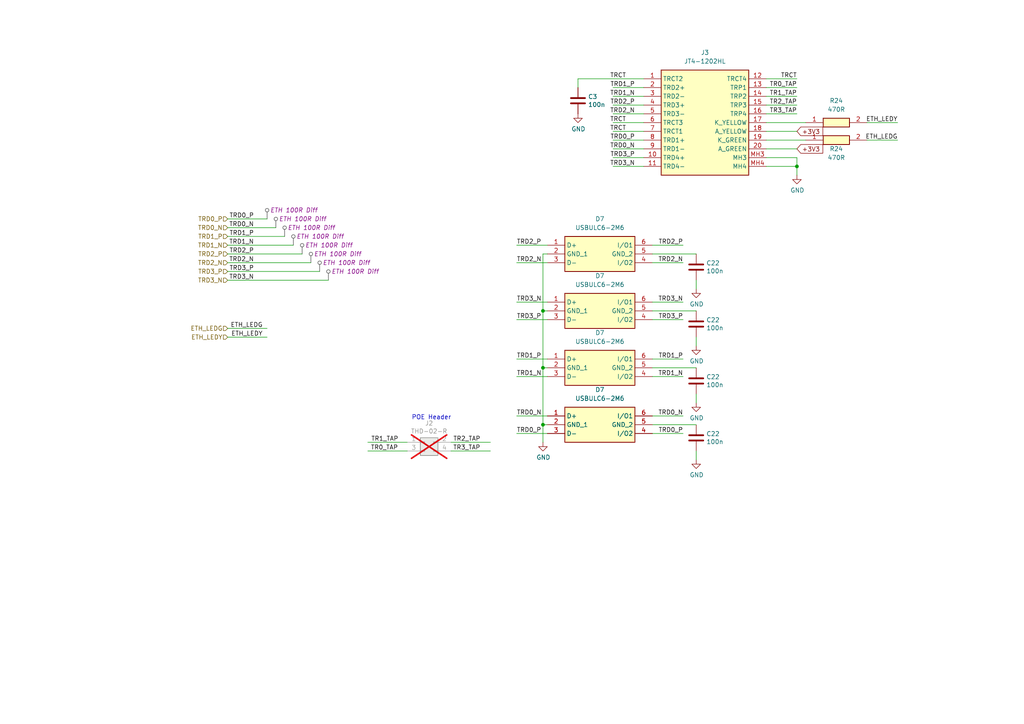
<source format=kicad_sch>
(kicad_sch (version 20230121) (generator eeschema)
  (paper "A4")
  (title_block (title "Raspberry Pi Compute Module 4 Control Node") (date "2024-02-04") (comment 2 "creativecommons.org/licenses/by-sa/4.0/") (comment 3 "License: CC BY-SA 4.0") (comment 4 "Author: Sam Earnshaw"))
  (lib_symbols
    (symbol "Connector_Generic:Conn_02x02_Odd_Even" (pin_names hide)
      (property "Reference" "J" (at 1.27 2.54 0))
      (property "Value" "Conn_02x02_Odd_Even" (at 1.27 -5.08 0))
      (symbol "Conn_02x02_Odd_Even_1_1"
        (rectangle (start -1.27 -2.413) (end 0 -2.667))
        (rectangle (start -1.27 0.127) (end 0 -0.127))
        (rectangle (start -1.27 1.27) (end 3.81 -3.81) (stroke (width 0.254)) (fill (type background)))
        (rectangle (start 3.81 -2.413) (end 2.54 -2.667))
        (rectangle (start 3.81 0.127) (end 2.54 -0.127))
        (pin passive line (at -5.08 0 0) (length 3.81) (name "Pin_1") (number "1"))
        (pin passive line (at 7.62 0 180) (length 3.81) (name "Pin_2") (number "2"))
        (pin passive line (at -5.08 -2.54 0) (length 3.81) (name "Pin_3") (number "3"))
        (pin passive line (at 7.62 -2.54 180) (length 3.81) (name "Pin_4") (number "4"))
      )
    )
    (symbol "Device:C" (pin_numbers hide) (pin_names (offset 0.254))
      (property "Reference" "C" (at 0.635 2.54 0))
      (property "Value" "C" (at 0.635 -2.54 0))
      (symbol "C_0_1"
        (polyline (pts (xy -2.032 -0.762) (xy 2.032 -0.762)) (stroke (width 0.508)))
        (polyline (pts (xy -2.032 0.762) (xy 2.032 0.762)) (stroke (width 0.508)))
      )
      (symbol "C_1_1"
        (pin passive line (at 0 3.81 270) (length 2.794) (name "~") (number "1"))
        (pin passive line (at 0 -3.81 90) (length 2.794) (name "~") (number "2"))
      )
    )
    (symbol "SamacSys_Parts:CR0402-JW-471GLF" (pin_names hide)
      (property "Reference" "R" (at 13.97 6.35 0))
      (property "Value" "470R" (at 13.97 3.81 0))
      (symbol "CR0402-JW-471GLF_1_1"
        (rectangle (start 5.08 1.27) (end 12.7 -1.27) (stroke (width 0.254)) (fill (type background)))
        (pin passive line (at 0 0 0) (length 5.08) (name "1") (number "1"))
        (pin passive line (at 17.78 0 180) (length 5.08) (name "2") (number "2"))
      )
    )
    (symbol "SamacSys_Parts:JT4-1202HL"
      (property "Reference" "J" (at 31.75 7.62 0))
      (property "Value" "JT4-1202HL" (at 31.75 5.08 0))
      (symbol "JT4-1202HL_1_1"
        (rectangle (start 5.08 2.54) (end 30.48 -27.94) (stroke (width 0.254)) (fill (type background)))
        (pin passive line (at 0 0 0) (length 5.08) (name "TRCT2") (number "1"))
        (pin passive line (at 0 -22.86 0) (length 5.08) (name "TRD4+") (number "10"))
        (pin passive line (at 0 -25.4 0) (length 5.08) (name "TRD4-") (number "11"))
        (pin passive line (at 35.56 0 180) (length 5.08) (name "TRCT4") (number "12"))
        (pin passive line (at 35.56 -2.54 180) (length 5.08) (name "TRP1") (number "13"))
        (pin passive line (at 35.56 -5.08 180) (length 5.08) (name "TRP2") (number "14"))
        (pin passive line (at 35.56 -7.62 180) (length 5.08) (name "TRP3") (number "15"))
        (pin passive line (at 35.56 -10.16 180) (length 5.08) (name "TRP4") (number "16"))
        (pin passive line (at 35.56 -12.7 180) (length 5.08) (name "K_YELLOW") (number "17"))
        (pin passive line (at 35.56 -15.24 180) (length 5.08) (name "A_YELLOW") (number "18"))
        (pin passive line (at 35.56 -17.78 180) (length 5.08) (name "K_GREEN") (number "19"))
        (pin passive line (at 0 -2.54 0) (length 5.08) (name "TRD2+") (number "2"))
        (pin passive line (at 35.56 -20.32 180) (length 5.08) (name "A_GREEN") (number "20"))
        (pin passive line (at 0 -5.08 0) (length 5.08) (name "TRD2-") (number "3"))
        (pin passive line (at 0 -7.62 0) (length 5.08) (name "TRD3+") (number "4"))
        (pin passive line (at 0 -10.16 0) (length 5.08) (name "TRD3-") (number "5"))
        (pin passive line (at 0 -12.7 0) (length 5.08) (name "TRCT3") (number "6"))
        (pin passive line (at 0 -15.24 0) (length 5.08) (name "TRCT1") (number "7"))
        (pin passive line (at 0 -17.78 0) (length 5.08) (name "TRD1+") (number "8"))
        (pin passive line (at 0 -20.32 0) (length 5.08) (name "TRD1-") (number "9"))
        (pin passive line (at 35.56 -22.86 180) (length 5.08) (name "MH3") (number "MH3"))
        (pin passive line (at 35.56 -25.4 180) (length 5.08) (name "MH4") (number "MH4"))
      )
    )
    (symbol "SamacSys_Parts:USBULC6-2M6"
      (property "Reference" "D" (at 26.67 7.62 0))
      (property "Value" "USBULC6-2M6" (at 26.67 5.08 0))
      (symbol "USBULC6-2M6_1_1"
        (rectangle (start 5.08 2.54) (end 25.4 -7.62) (stroke (width 0.254)) (fill (type background)))
        (pin passive line (at 0 0 0) (length 5.08) (name "D+") (number "1"))
        (pin passive line (at 0 -2.54 0) (length 5.08) (name "GND_1") (number "2"))
        (pin passive line (at 0 -5.08 0) (length 5.08) (name "D-") (number "3"))
        (pin passive line (at 30.48 -5.08 180) (length 5.08) (name "I/O2") (number "4"))
        (pin passive line (at 30.48 -2.54 180) (length 5.08) (name "GND_2") (number "5"))
        (pin passive line (at 30.48 0 180) (length 5.08) (name "I/O1") (number "6"))
      )
    )
    (symbol "power:GND" (power) (pin_names (offset 0))
      (property "Value" "GND" (at 0 -3.81 0))
      (symbol "GND_0_1"
        (polyline (pts (xy 0 0) (xy 0 -1.27) (xy 1.27 -1.27) (xy 0 -2.54) (xy -1.27 -1.27) (xy 0 -1.27)))
      )
      (symbol "GND_1_1"
        (pin power_in line (at 0 0 270) (length 0) hide (name "GND") (number "1"))
      )
    )
  )
  (junction (at 157.48 106.68))
  (junction (at 157.48 90.17))
  (junction (at 157.48 123.19))
  (junction (at 231.14 48.26))
  (wire (pts (xy 222.25 48.26) (xy 231.14 48.26)))
  (wire (pts (xy 222.25 30.48) (xy 231.14 30.48)))
  (wire (pts (xy 177.8 40.64) (xy 186.69 40.64)))
  (wire (pts (xy 231.14 45.72) (xy 231.14 48.26)))
  (wire (pts (xy 130.81 130.81) (xy 142.24 130.81)))
  (wire (pts (xy 157.48 123.19) (xy 158.75 123.19)))
  (wire (pts (xy 177.8 48.26) (xy 186.69 48.26)))
  (wire (pts (xy 66.04 81.28) (xy 95.25 81.28)))
  (wire (pts (xy 157.48 90.17) (xy 158.75 90.17)))
  (wire (pts (xy 66.04 95.25) (xy 77.47 95.25)))
  (wire (pts (xy 167.64 22.86) (xy 186.69 22.86)))
  (wire (pts (xy 222.25 27.94) (xy 231.14 27.94)))
  (wire (pts (xy 222.25 33.02) (xy 231.14 33.02)))
  (wire (pts (xy 189.23 123.19) (xy 201.93 123.19)))
  (wire (pts (xy 66.04 73.66) (xy 87.63 73.66)))
  (wire (pts (xy 189.23 71.12) (xy 198.12 71.12)))
  (wire (pts (xy 149.86 87.63) (xy 158.75 87.63)))
  (wire (pts (xy 157.48 73.66) (xy 157.48 90.17)))
  (wire (pts (xy 201.93 81.28) (xy 201.93 83.82)))
  (wire (pts (xy 158.75 125.73) (xy 149.86 125.73)))
  (wire (pts (xy 157.48 128.27) (xy 157.48 123.19)))
  (wire (pts (xy 222.25 40.64) (xy 233.68 40.64)))
  (wire (pts (xy 231.14 48.26) (xy 231.14 50.8)))
  (wire (pts (xy 201.93 114.3) (xy 201.93 116.84)))
  (wire (pts (xy 177.8 35.56) (xy 186.69 35.56)))
  (wire (pts (xy 189.23 76.2) (xy 198.12 76.2)))
  (wire (pts (xy 177.8 43.18) (xy 186.69 43.18)))
  (wire (pts (xy 158.75 120.65) (xy 149.86 120.65)))
  (wire (pts (xy 66.04 97.79) (xy 77.47 97.79)))
  (wire (pts (xy 189.23 92.71) (xy 198.12 92.71)))
  (wire (pts (xy 177.8 25.4) (xy 186.69 25.4)))
  (wire (pts (xy 158.75 106.68) (xy 157.48 106.68)))
  (wire (pts (xy 177.8 38.1) (xy 186.69 38.1)))
  (wire (pts (xy 189.23 106.68) (xy 201.93 106.68)))
  (wire (pts (xy 157.48 73.66) (xy 158.75 73.66)))
  (wire (pts (xy 177.8 30.48) (xy 186.69 30.48)))
  (wire (pts (xy 106.68 130.81) (xy 118.11 130.81)))
  (wire (pts (xy 149.86 92.71) (xy 158.75 92.71)))
  (wire (pts (xy 66.04 76.2) (xy 90.17 76.2)))
  (wire (pts (xy 149.86 109.22) (xy 158.75 109.22)))
  (wire (pts (xy 198.12 125.73) (xy 189.23 125.73)))
  (wire (pts (xy 66.04 63.5) (xy 77.47 63.5)))
  (wire (pts (xy 66.04 78.74) (xy 92.71 78.74)))
  (wire (pts (xy 260.35 35.56) (xy 251.46 35.56)))
  (wire (pts (xy 189.23 73.66) (xy 201.93 73.66)))
  (wire (pts (xy 222.25 25.4) (xy 231.14 25.4)))
  (wire (pts (xy 222.25 43.18) (xy 231.14 43.18)))
  (wire (pts (xy 66.04 71.12) (xy 85.09 71.12)))
  (wire (pts (xy 189.23 87.63) (xy 198.12 87.63)))
  (wire (pts (xy 149.86 104.14) (xy 158.75 104.14)))
  (wire (pts (xy 157.48 106.68) (xy 157.48 123.19)))
  (wire (pts (xy 222.25 45.72) (xy 231.14 45.72)))
  (wire (pts (xy 260.35 40.64) (xy 251.46 40.64)))
  (wire (pts (xy 177.8 33.02) (xy 186.69 33.02)))
  (wire (pts (xy 66.04 66.04) (xy 80.01 66.04)))
  (wire (pts (xy 222.25 38.1) (xy 231.14 38.1)))
  (wire (pts (xy 66.04 68.58) (xy 82.55 68.58)))
  (wire (pts (xy 106.68 128.27) (xy 118.11 128.27)))
  (wire (pts (xy 189.23 90.17) (xy 201.93 90.17)))
  (wire (pts (xy 158.75 71.12) (xy 149.86 71.12)))
  (wire (pts (xy 177.8 45.72) (xy 186.69 45.72)))
  (wire (pts (xy 167.64 22.86) (xy 167.64 25.4)))
  (wire (pts (xy 130.81 128.27) (xy 142.24 128.27)))
  (wire (pts (xy 201.93 97.79) (xy 201.93 100.33)))
  (wire (pts (xy 201.93 130.81) (xy 201.93 133.35)))
  (wire (pts (xy 189.23 109.22) (xy 198.12 109.22)))
  (wire (pts (xy 198.12 120.65) (xy 189.23 120.65)))
  (wire (pts (xy 222.25 22.86) (xy 231.14 22.86)))
  (wire (pts (xy 177.8 27.94) (xy 186.69 27.94)))
  (wire (pts (xy 189.23 104.14) (xy 198.12 104.14)))
  (wire (pts (xy 158.75 76.2) (xy 149.86 76.2)))
  (wire (pts (xy 157.48 106.68) (xy 157.48 90.17)))
  (wire (pts (xy 222.25 35.56) (xy 233.68 35.56)))
  (text "POE Header" (at 119.38 121.92 0) (effects (font (size 1.27 1.27)) (justify left bottom)))
  (label "TRD1_P" (at 184.15 25.4 180))
  (label "TR1_TAP" (at 231.14 27.94 180))
  (label "TRD2_P" (at 198.12 71.12 180))
  (label "ETH_LEDG" (at 76.2 95.25 180))
  (label "TRD1_N" (at 184.15 27.94 180))
  (label "TR3_TAP" (at 139.3444 130.81 180))
  (label "TRD3_P" (at 73.66 78.74 180))
  (label "TRD1_N" (at 73.66 71.12 180))
  (label "TR1_TAP" (at 115.57 128.27 180))
  (label "TRD3_N" (at 149.86 87.63 0))
  (label "TRCT" (at 181.61 35.56 180))
  (label "TRD1_P" (at 73.66 68.58 180))
  (label "TRCT" (at 181.61 22.86 180))
  (label "TRD3_N" (at 198.12 87.63 180))
  (label "TR0_TAP" (at 115.4684 130.81 180))
  (label "TRD0_N" (at 198.12 120.65 180))
  (label "TRD0_P" (at 198.12 125.73 180))
  (label "TRD2_P" (at 184.15 30.48 180))
  (label "TRD2_N" (at 73.66 76.2 180))
  (label "TR0_TAP" (at 231.14 25.4 180))
  (label "TRD0_P" (at 149.86 125.73 0))
  (label "TRD3_P" (at 198.12 92.71 180))
  (label "TRD2_P" (at 73.66 73.66 180))
  (label "TRD2_N" (at 149.86 76.2 0))
  (label "TRD3_N" (at 73.66 81.28 180))
  (label "TRCT" (at 181.61 38.1 180))
  (label "TR3_TAP" (at 231.14 33.02 180))
  (label "TRD1_N" (at 149.86 109.22 0))
  (label "TRD0_P" (at 184.15 40.64 180))
  (label "TRD1_P" (at 198.12 104.14 180))
  (label "TRD2_N" (at 184.15 33.02 180))
  (label "TRD0_P" (at 73.66 63.5 180))
  (label "TRD1_P" (at 149.86 104.14 0))
  (label "TRD3_P" (at 184.15 45.72 180))
  (label "TR2_TAP" (at 139.3698 128.27 180))
  (label "TRD0_N" (at 184.15 43.18 180))
  (label "TRD2_P" (at 149.86 71.12 0))
  (label "ETH_LEDY" (at 260.35 35.56 180))
  (label "ETH_LEDG" (at 260.35 40.64 180))
  (label "TR2_TAP" (at 231.14 30.48 180))
  (label "TRD0_N" (at 73.66 66.04 180))
  (label "TRD3_N" (at 184.15 48.26 180))
  (label "ETH_LEDY" (at 76.2 97.79 180))
  (label "TRCT" (at 231.14 22.86 180))
  (label "TRD1_N" (at 198.12 109.22 180))
  (label "TRD0_N" (at 149.86 120.65 0))
  (label "TRD2_N" (at 198.12 76.2 180))
  (label "TRD3_P" (at 149.86 92.71 0))
  (global_label "+3V3" (shape input) (at 231.14 38.1 0) (property "Intersheetrefs" "${INTERSHEET_REFS}" (effects hide)))
  (global_label "+3V3" (shape input) (at 231.14 43.18 0) (property "Intersheetrefs" "${INTERSHEET_REFS}" (effects hide)))
  (hierarchical_label "TRD2_N" (shape input) (at 66.04 76.2 180))
  (hierarchical_label "TRD1_N" (shape input) (at 66.04 71.12 180))
  (hierarchical_label "ETH_LEDG" (shape input) (at 66.04 95.25 180))
  (hierarchical_label "TRD0_P" (shape input) (at 66.04 63.5 180))
  (hierarchical_label "TRD2_P" (shape input) (at 66.04 73.66 180))
  (hierarchical_label "TRD1_P" (shape input) (at 66.04 68.58 180))
  (hierarchical_label "TRD3_N" (shape input) (at 66.04 81.28 180))
  (hierarchical_label "TRD3_P" (shape input) (at 66.04 78.74 180))
  (hierarchical_label "TRD0_N" (shape input) (at 66.04 66.04 180))
  (hierarchical_label "ETH_LEDY" (shape input) (at 66.04 97.79 180))
  (netclass_flag "" (length 2.54) (shape round) (at 82.55 68.58 0) (property "Netclass" "ETH 100R Diff" (at 83.439 66.04 0) (effects (font italic) (justify left))))
  (netclass_flag "" (length 2.54) (shape round) (at 92.71 78.74 0) (property "Netclass" "ETH 100R Diff" (at 93.599 76.2 0) (effects (font italic) (justify left))))
  (netclass_flag "" (length 2.54) (shape round) (at 85.09 71.12 0) (property "Netclass" "ETH 100R Diff" (at 85.979 68.58 0) (effects (font italic) (justify left))))
  (netclass_flag "" (length 2.54) (shape round) (at 77.47 63.5 0) (property "Netclass" "ETH 100R Diff" (at 78.359 60.96 0) (effects (font italic) (justify left))))
  (netclass_flag "" (length 2.54) (shape round) (at 90.17 76.2 0) (property "Netclass" "ETH 100R Diff" (at 91.059 73.66 0) (effects (font italic) (justify left))))
  (netclass_flag "" (length 2.54) (shape round) (at 95.25 81.28 0) (property "Netclass" "ETH 100R Diff" (at 96.139 78.74 0) (effects (font italic) (justify left))))
  (netclass_flag "" (length 2.54) (shape round) (at 80.01 66.04 0) (property "Netclass" "ETH 100R Diff" (at 80.899 63.5 0) (effects (font italic) (justify left))))
  (netclass_flag "" (length 2.54) (shape round) (at 87.63 73.66 0) (property "Netclass" "ETH 100R Diff" (at 88.519 71.12 0) (effects (font italic) (justify left))))
  (symbol (lib_id "Device:C") (at 201.93 77.47 0) (unit 1)
    (property "Reference" "C22" (at 204.851 76.3016 0) (effects (justify left)))
    (property "Value" "100n" (at 204.851 78.613 0) (effects (justify left)))
    (property "Footprint" "Capacitor_SMD:C_0402_1005Metric" (effects hide))
    (property "Datasheet" "https://search.murata.co.jp/Ceramy/image/img/A01X/G101/ENG/GRM155R71C104KA88-01.pdf" (effects hide))
    (property "Field4" "Farnell" (effects hide))
    (property "Field5" "2611911" (effects hide))
    (property "Field6" "RM EMK105 B7104KV-F" (effects hide))
    (property "Field7" "TAIYO YUDEN EUROPE GMBH" (effects hide))
    (property "Part Description" "	0.1uF 10% 16V Ceramic Capacitor X7R 0402 (1005 Metric)" (effects hide))
    (property "Field8" "110091611" (effects hide))
    (property "LCSC Part Number" "C152724" (effects hide))
    (property "LCSC Part #" "C152724" (effects hide))
    (instances (project "rpi-cm4-base-carrier" (path "" (reference "C22") (unit 1)) (path "" (reference "C4") (unit 1))) (project "CM4IOv5" (path "" (reference "C11") (unit 1))))
  )
  (symbol (lib_id "SamacSys_Parts:USBULC6-2M6") (at 158.75 104.14 0) (unit 1)
    (property "Reference" "D7" (at 173.99 96.52 0))
    (property "Value" "USBULC6-2M6" (at 173.99 99.06 0))
    (property "Footprint" "SamacSys_Parts:SON50P100X145X60-6N-D" (effects hide))
    (property "Datasheet" "https://www.st.com/resource/en/datasheet/usbulc6-2m6.pdf" (effects hide))
    (property "Height" "0.6" (effects hide))
    (property "Mouser Part Number" "511-USBULC6-2M6" (effects hide))
    (property "Mouser Price/Stock" "https://www.mouser.co.uk/ProductDetail/STMicroelectronics/USBULC6-2M6?qs=eU2TTeT5rM287RI%252BcWKjpw%3D%3D" (effects hide))
    (property "Manufacturer_Name" "STMicroelectronics" (effects hide))
    (property "Manufacturer_Part_Number" "USBULC6-2M6" (effects hide))
    (property "LCSC Part Number" "C672213" (effects hide))
    (property "LCSC Part #" "C672213" (effects hide))
    (instances (project "rpi-cm4-base-carrier" (path "" (reference "D7") (unit 1)) (path "" (reference "D3") (unit 1))))
  )
  (symbol (lib_id "Device:C") (at 201.93 110.49 0) (unit 1)
    (property "Reference" "C22" (at 204.851 109.3216 0) (effects (justify left)))
    (property "Value" "100n" (at 204.851 111.633 0) (effects (justify left)))
    (property "Footprint" "Capacitor_SMD:C_0402_1005Metric" (effects hide))
    (property "Datasheet" "https://search.murata.co.jp/Ceramy/image/img/A01X/G101/ENG/GRM155R71C104KA88-01.pdf" (effects hide))
    (property "Field4" "Farnell" (effects hide))
    (property "Field5" "2611911" (effects hide))
    (property "Field6" "RM EMK105 B7104KV-F" (effects hide))
    (property "Field7" "TAIYO YUDEN EUROPE GMBH" (effects hide))
    (property "Part Description" "	0.1uF 10% 16V Ceramic Capacitor X7R 0402 (1005 Metric)" (effects hide))
    (property "Field8" "110091611" (effects hide))
    (property "LCSC Part Number" "C152724" (effects hide))
    (property "LCSC Part #" "C152724" (effects hide))
    (instances (project "rpi-cm4-base-carrier" (path "" (reference "C22") (unit 1)) (path "" (reference "C6") (unit 1))) (project "CM4IOv5" (path "" (reference "C11") (unit 1))))
  )
  (symbol (lib_id "Device:C") (at 201.93 127 0) (unit 1)
    (property "Reference" "C22" (at 204.851 125.8316 0) (effects (justify left)))
    (property "Value" "100n" (at 204.851 128.143 0) (effects (justify left)))
    (property "Footprint" "Capacitor_SMD:C_0402_1005Metric" (effects hide))
    (property "Datasheet" "https://search.murata.co.jp/Ceramy/image/img/A01X/G101/ENG/GRM155R71C104KA88-01.pdf" (effects hide))
    (property "Field4" "Farnell" (effects hide))
    (property "Field5" "2611911" (effects hide))
    (property "Field6" "RM EMK105 B7104KV-F" (effects hide))
    (property "Field7" "TAIYO YUDEN EUROPE GMBH" (effects hide))
    (property "Part Description" "	0.1uF 10% 16V Ceramic Capacitor X7R 0402 (1005 Metric)" (effects hide))
    (property "Field8" "110091611" (effects hide))
    (property "LCSC Part Number" "C152724" (effects hide))
    (property "LCSC Part #" "C152724" (effects hide))
    (instances (project "rpi-cm4-base-carrier" (path "" (reference "C22") (unit 1)) (path "" (reference "C7") (unit 1))) (project "CM4IOv5" (path "" (reference "C11") (unit 1))))
  )
  (symbol (lib_id "SamacSys_Parts:USBULC6-2M6") (at 158.75 120.65 0) (unit 1)
    (property "Reference" "D7" (at 173.99 113.03 0))
    (property "Value" "USBULC6-2M6" (at 173.99 115.57 0))
    (property "Footprint" "SamacSys_Parts:SON50P100X145X60-6N-D" (effects hide))
    (property "Datasheet" "https://www.st.com/resource/en/datasheet/usbulc6-2m6.pdf" (effects hide))
    (property "Height" "0.6" (effects hide))
    (property "Mouser Part Number" "511-USBULC6-2M6" (effects hide))
    (property "Mouser Price/Stock" "https://www.mouser.co.uk/ProductDetail/STMicroelectronics/USBULC6-2M6?qs=eU2TTeT5rM287RI%252BcWKjpw%3D%3D" (effects hide))
    (property "Manufacturer_Name" "STMicroelectronics" (effects hide))
    (property "Manufacturer_Part_Number" "USBULC6-2M6" (effects hide))
    (property "LCSC Part Number" "C672213" (effects hide))
    (property "LCSC Part #" "C672213" (effects hide))
    (instances (project "rpi-cm4-base-carrier" (path "" (reference "D7") (unit 1)) (path "" (reference "D4") (unit 1))))
  )
  (symbol (lib_id "power:GND") (at 157.48 128.27 0) (unit 1)
    (property "Reference" "#PWR013" (effects hide))
    (property "Value" "GND" (at 157.607 132.6642 0))
    (instances (project "rpi-cm4-base-carrier" (path "" (reference "#PWR013") (unit 1))) (project "CM4IOv5" (path "" (reference "#PWR0101") (unit 1))))
  )
  (symbol (lib_id "SamacSys_Parts:USBULC6-2M6") (at 158.75 87.63 0) (unit 1)
    (property "Reference" "D7" (at 173.99 80.01 0))
    (property "Value" "USBULC6-2M6" (at 173.99 82.55 0))
    (property "Footprint" "SamacSys_Parts:SON50P100X145X60-6N-D" (effects hide))
    (property "Datasheet" "https://www.st.com/resource/en/datasheet/usbulc6-2m6.pdf" (effects hide))
    (property "Height" "0.6" (effects hide))
    (property "Mouser Part Number" "511-USBULC6-2M6" (effects hide))
    (property "Mouser Price/Stock" "https://www.mouser.co.uk/ProductDetail/STMicroelectronics/USBULC6-2M6?qs=eU2TTeT5rM287RI%252BcWKjpw%3D%3D" (effects hide))
    (property "Manufacturer_Name" "STMicroelectronics" (effects hide))
    (property "Manufacturer_Part_Number" "USBULC6-2M6" (effects hide))
    (property "LCSC Part Number" "C672213" (effects hide))
    (property "LCSC Part #" "C672213" (effects hide))
    (instances (project "rpi-cm4-base-carrier" (path "" (reference "D7") (unit 1)) (path "" (reference "D2") (unit 1))))
  )
  (symbol (lib_id "power:GND") (at 231.14 50.8 0) (unit 1)
    (property "Reference" "#PWR019" (effects hide))
    (property "Value" "GND" (at 231.267 55.1942 0))
    (instances (project "rpi-cm4-base-carrier" (path "" (reference "#PWR019") (unit 1))) (project "CM4IOv5" (path "" (reference "#PWR0101") (unit 1))))
  )
  (symbol (lib_id "power:GND") (at 201.93 83.82 0) (unit 1)
    (property "Reference" "#PWR052" (effects hide))
    (property "Value" "GND" (at 202.057 88.2142 0))
    (instances (project "rpi-cm4-base-carrier" (path "" (reference "#PWR052") (unit 1)) (path "" (reference "#PWR015") (unit 1))) (project "CM4IOv5" (path "" (reference "#PWR0123") (unit 1))))
  )
  (symbol (lib_id "Device:C") (at 167.64 29.21 0) (unit 1)
    (property "Reference" "C3" (at 170.561 28.0416 0) (effects (justify left)))
    (property "Value" "100n" (at 170.561 30.353 0) (effects (justify left)))
    (property "Footprint" "Capacitor_SMD:C_0402_1005Metric" (effects hide))
    (property "Datasheet" "https://search.murata.co.jp/Ceramy/image/img/A01X/G101/ENG/GRM155R71C104KA88-01.pdf" (effects hide))
    (property "Field4" "Farnell" (effects hide))
    (property "Field5" "2611911" (effects hide))
    (property "Field6" "RM EMK105 B7104KV-F" (effects hide))
    (property "Field7" "TAIYO YUDEN EUROPE GMBH" (effects hide))
    (property "Part Description" "	0.1uF 10% 16V Ceramic Capacitor X7R 0402 (1005 Metric)" (effects hide))
    (property "Field8" "110091611" (effects hide))
    (property "LCSC Part Number" "C152724" (effects hide))
    (property "LCSC Part #" "C152724" (effects hide))
    (instances (project "rpi-cm4-base-carrier" (path "" (reference "C3") (unit 1))) (project "CM4IOv5" (path "" (reference "C1") (unit 1))))
  )
  (symbol (lib_id "SamacSys_Parts:USBULC6-2M6") (at 158.75 71.12 0) (unit 1)
    (property "Reference" "D7" (at 173.99 63.5 0))
    (property "Value" "USBULC6-2M6" (at 173.99 66.04 0))
    (property "Footprint" "SamacSys_Parts:SON50P100X145X60-6N-D" (effects hide))
    (property "Datasheet" "https://www.st.com/resource/en/datasheet/usbulc6-2m6.pdf" (effects hide))
    (property "Height" "0.6" (effects hide))
    (property "Mouser Part Number" "511-USBULC6-2M6" (effects hide))
    (property "Mouser Price/Stock" "https://www.mouser.co.uk/ProductDetail/STMicroelectronics/USBULC6-2M6?qs=eU2TTeT5rM287RI%252BcWKjpw%3D%3D" (effects hide))
    (property "Manufacturer_Name" "STMicroelectronics" (effects hide))
    (property "Manufacturer_Part_Number" "USBULC6-2M6" (effects hide))
    (property "LCSC Part Number" "C672213" (effects hide))
    (property "LCSC Part #" "C672213" (effects hide))
    (instances (project "rpi-cm4-base-carrier" (path "" (reference "D7") (unit 1)) (path "" (reference "D1") (unit 1))))
  )
  (symbol (lib_id "power:GND") (at 201.93 100.33 0) (unit 1)
    (property "Reference" "#PWR052" (effects hide))
    (property "Value" "GND" (at 202.057 104.7242 0))
    (instances (project "rpi-cm4-base-carrier" (path "" (reference "#PWR052") (unit 1)) (path "" (reference "#PWR016") (unit 1))) (project "CM4IOv5" (path "" (reference "#PWR0123") (unit 1))))
  )
  (symbol (lib_id "SamacSys_Parts:JT4-1202HL") (at 186.69 22.86 0) (unit 1)
    (property "Reference" "J3" (at 204.47 15.24 0))
    (property "Value" "JT4-1202HL" (at 204.47 17.78 0))
    (property "Footprint" "SamacSys_Parts:JT41202HL" (effects hide))
    (property "Datasheet" "https://www.mouser.fr/datasheet/2/336/JT4_1202HL-2303713.pdf" (effects hide))
    (property "Height" "12.17" (effects hide))
    (property "Mouser Part Number" "673-JT41202HL" (effects hide))
    (property "Mouser Price/Stock" "https://www.mouser.co.uk/ProductDetail/Pulse-Electronics/JT4-1202HL?qs=l7cgNqFNU1hxVlIAsauWwg%3D%3D" (effects hide))
    (property "Manufacturer_Name" "Pulse Electronics" (effects hide))
    (property "Manufacturer_Part_Number" "JT4-1202HL" (effects hide))
    (property "LCSC Part Number" "C7212687" (effects hide))
    (property "LCSC Part #" "C7212687" (effects hide))
  )
  (symbol (lib_id "power:GND") (at 201.93 116.84 0) (unit 1)
    (property "Reference" "#PWR052" (effects hide))
    (property "Value" "GND" (at 202.057 121.2342 0))
    (instances (project "rpi-cm4-base-carrier" (path "" (reference "#PWR052") (unit 1)) (path "" (reference "#PWR017") (unit 1))) (project "CM4IOv5" (path "" (reference "#PWR0123") (unit 1))))
  )
  (symbol (lib_id "Device:C") (at 201.93 93.98 0) (unit 1)
    (property "Reference" "C22" (at 204.851 92.8116 0) (effects (justify left)))
    (property "Value" "100n" (at 204.851 95.123 0) (effects (justify left)))
    (property "Footprint" "Capacitor_SMD:C_0402_1005Metric" (effects hide))
    (property "Datasheet" "https://search.murata.co.jp/Ceramy/image/img/A01X/G101/ENG/GRM155R71C104KA88-01.pdf" (effects hide))
    (property "Field4" "Farnell" (effects hide))
    (property "Field5" "2611911" (effects hide))
    (property "Field6" "RM EMK105 B7104KV-F" (effects hide))
    (property "Field7" "TAIYO YUDEN EUROPE GMBH" (effects hide))
    (property "Part Description" "	0.1uF 10% 16V Ceramic Capacitor X7R 0402 (1005 Metric)" (effects hide))
    (property "Field8" "110091611" (effects hide))
    (property "LCSC Part Number" "C152724" (effects hide))
    (property "LCSC Part #" "C152724" (effects hide))
    (instances (project "rpi-cm4-base-carrier" (path "" (reference "C22") (unit 1)) (path "" (reference "C5") (unit 1))) (project "CM4IOv5" (path "" (reference "C11") (unit 1))))
  )
  (symbol (lib_id "power:GND") (at 201.93 133.35 0) (unit 1)
    (property "Reference" "#PWR052" (effects hide))
    (property "Value" "GND" (at 202.057 137.7442 0))
    (instances (project "rpi-cm4-base-carrier" (path "" (reference "#PWR052") (unit 1)) (path "" (reference "#PWR018") (unit 1))) (project "CM4IOv5" (path "" (reference "#PWR0123") (unit 1))))
  )
  (symbol (lib_id "SamacSys_Parts:CR0402-JW-471GLF") (at 233.68 40.64 0) (unit 1)
    (property "Reference" "R24" (at 242.57 43.18 0))
    (property "Value" "470R" (at 242.57 45.72 0))
    (property "Footprint" "SamacSys_Parts:RESC1005X40N" (effects hide))
    (property "Datasheet" "https://www.bourns.com/pdfs/CR0402.pdf" (effects hide))
    (property "Height" "0.4" (effects hide))
    (property "Mouser Part Number" "652-CR0402JW-471GLF" (effects hide))
    (property "Mouser Price/Stock" "https://www.mouser.co.uk/ProductDetail/Bourns/CR0402-JW-471GLF?qs=K5ddiUFZPT66VZszaBeSwg%3D%3D" (effects hide))
    (property "Manufacturer_Name" "Bourns" (effects hide))
    (property "Manufacturer_Part_Number" "CR0402-JW-471GLF" (effects hide))
    (property "LCSC Part Number" "C186129" (effects hide))
    (property "LCSC Part #" "C186129" (effects hide))
    (instances (project "rpi-cm4-base-carrier" (path "" (reference "R24") (unit 1)) (path "" (reference "R5") (unit 1)) (path "" (reference "R2") (unit 1))))
  )
  (symbol (lib_id "Connector_Generic:Conn_02x02_Odd_Even") (at 123.19 128.27 0) (unit 1) (dnp yes)
    (property "Reference" "J2" (at 124.46 122.7582 0))
    (property "Value" "THD-02-R" (at 124.46 125.0696 0))
    (property "Footprint" "Connector_PinHeader_2.54mm:PinHeader_2x02_P2.54mm_Vertical" (effects hide))
    (property "Datasheet" "https://www.toby.co.uk/uploads/publications/1673.pdf" (effects hide))
    (property "Field4" "Toby" (effects hide))
    (property "Field5" "THD-02-R" (effects hide))
    (property "Field6" "151-604-425-761" (effects hide))
    (property "Field7" "EDAC" (effects hide))
    (property "Field8" "UCON00791" (effects hide))
    (property "Part Description" "PinHeader_2x02_P2.54mm_Vertical" (effects hide))
    (property "LCSC Part Number" "NF" (effects hide))
    (property "LCSC Part #" "NF" (effects hide))
    (instances (project "rpi-cm4-base-carrier" (path "" (reference "J2") (unit 1))) (project "CM4IOv5" (path "" (reference "J9") (unit 1))))
  )
  (symbol (lib_id "power:GND") (at 167.64 33.02 0) (unit 1)
    (property "Reference" "#PWR014" (effects hide))
    (property "Value" "GND" (at 167.767 37.4142 0))
    (instances (project "rpi-cm4-base-carrier" (path "" (reference "#PWR014") (unit 1))) (project "CM4IOv5" (path "" (reference "#PWR0101") (unit 1))))
  )
  (symbol (lib_id "SamacSys_Parts:CR0402-JW-471GLF") (at 233.68 35.56 0) (unit 1)
    (property "Reference" "R24" (at 242.57 29.21 0))
    (property "Value" "470R" (at 242.57 31.75 0))
    (property "Footprint" "SamacSys_Parts:RESC1005X40N" (effects hide))
    (property "Datasheet" "https://www.bourns.com/pdfs/CR0402.pdf" (effects hide))
    (property "Height" "0.4" (effects hide))
    (property "Mouser Part Number" "652-CR0402JW-471GLF" (effects hide))
    (property "Mouser Price/Stock" "https://www.mouser.co.uk/ProductDetail/Bourns/CR0402-JW-471GLF?qs=K5ddiUFZPT66VZszaBeSwg%3D%3D" (effects hide))
    (property "Manufacturer_Name" "Bourns" (effects hide))
    (property "Manufacturer_Part_Number" "CR0402-JW-471GLF" (effects hide))
    (property "LCSC Part Number" "C186129" (effects hide))
    (property "LCSC Part #" "C186129" (effects hide))
    (instances (project "rpi-cm4-base-carrier" (path "" (reference "R24") (unit 1)) (path "" (reference "R5") (unit 1)) (path "" (reference "R1") (unit 1))))
  )
)
</source>
